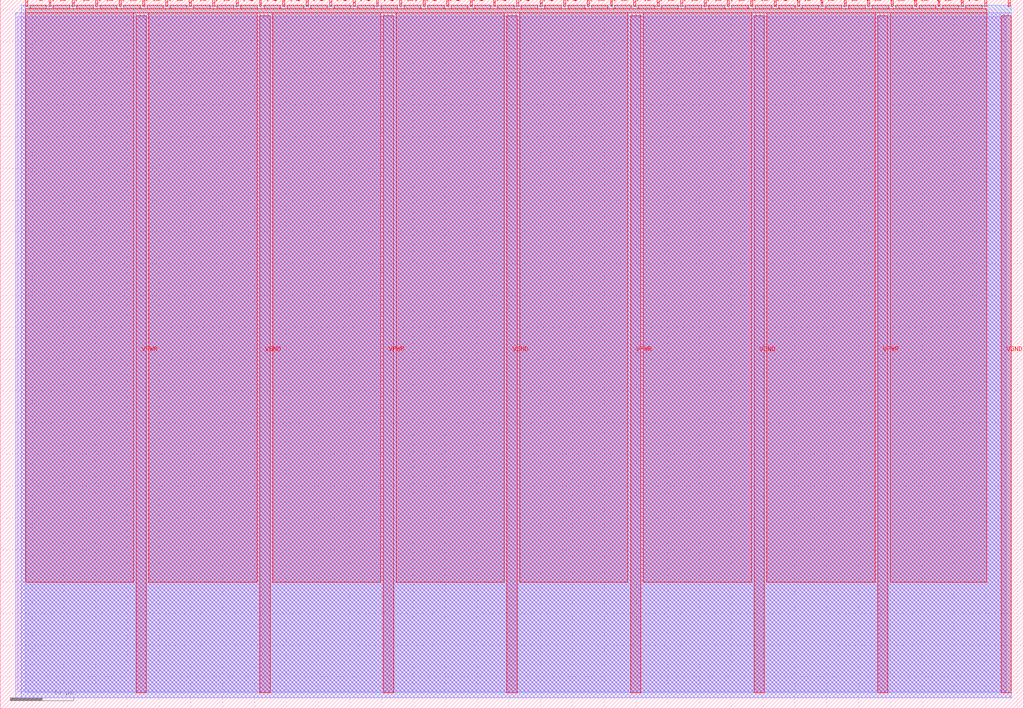
<source format=lef>
VERSION 5.7 ;
  NOWIREEXTENSIONATPIN ON ;
  DIVIDERCHAR "/" ;
  BUSBITCHARS "[]" ;
MACRO tt_um_vzayakov_top
  CLASS BLOCK ;
  FOREIGN tt_um_vzayakov_top ;
  ORIGIN 0.000 0.000 ;
  SIZE 161.000 BY 111.520 ;
  PIN VGND
    DIRECTION INOUT ;
    USE GROUND ;
    PORT
      LAYER met4 ;
        RECT 40.830 2.480 42.430 109.040 ;
    END
    PORT
      LAYER met4 ;
        RECT 79.700 2.480 81.300 109.040 ;
    END
    PORT
      LAYER met4 ;
        RECT 118.570 2.480 120.170 109.040 ;
    END
    PORT
      LAYER met4 ;
        RECT 157.440 2.480 159.040 109.040 ;
    END
  END VGND
  PIN VPWR
    DIRECTION INOUT ;
    USE POWER ;
    PORT
      LAYER met4 ;
        RECT 21.395 2.480 22.995 109.040 ;
    END
    PORT
      LAYER met4 ;
        RECT 60.265 2.480 61.865 109.040 ;
    END
    PORT
      LAYER met4 ;
        RECT 99.135 2.480 100.735 109.040 ;
    END
    PORT
      LAYER met4 ;
        RECT 138.005 2.480 139.605 109.040 ;
    END
  END VPWR
  PIN clk
    DIRECTION INPUT ;
    USE SIGNAL ;
    ANTENNAGATEAREA 0.852000 ;
    PORT
      LAYER met4 ;
        RECT 154.870 110.520 155.170 111.520 ;
    END
  END clk
  PIN ena
    DIRECTION INPUT ;
    USE SIGNAL ;
    PORT
      LAYER met4 ;
        RECT 158.550 110.520 158.850 111.520 ;
    END
  END ena
  PIN rst_n
    DIRECTION INPUT ;
    USE SIGNAL ;
    ANTENNAGATEAREA 0.213000 ;
    PORT
      LAYER met4 ;
        RECT 151.190 110.520 151.490 111.520 ;
    END
  END rst_n
  PIN ui_in[0]
    DIRECTION INPUT ;
    USE SIGNAL ;
    ANTENNAGATEAREA 0.196500 ;
    PORT
      LAYER met4 ;
        RECT 147.510 110.520 147.810 111.520 ;
    END
  END ui_in[0]
  PIN ui_in[1]
    DIRECTION INPUT ;
    USE SIGNAL ;
    ANTENNAGATEAREA 0.196500 ;
    PORT
      LAYER met4 ;
        RECT 143.830 110.520 144.130 111.520 ;
    END
  END ui_in[1]
  PIN ui_in[2]
    DIRECTION INPUT ;
    USE SIGNAL ;
    ANTENNAGATEAREA 0.196500 ;
    PORT
      LAYER met4 ;
        RECT 140.150 110.520 140.450 111.520 ;
    END
  END ui_in[2]
  PIN ui_in[3]
    DIRECTION INPUT ;
    USE SIGNAL ;
    ANTENNAGATEAREA 0.196500 ;
    PORT
      LAYER met4 ;
        RECT 136.470 110.520 136.770 111.520 ;
    END
  END ui_in[3]
  PIN ui_in[4]
    DIRECTION INPUT ;
    USE SIGNAL ;
    ANTENNAGATEAREA 0.196500 ;
    PORT
      LAYER met4 ;
        RECT 132.790 110.520 133.090 111.520 ;
    END
  END ui_in[4]
  PIN ui_in[5]
    DIRECTION INPUT ;
    USE SIGNAL ;
    PORT
      LAYER met4 ;
        RECT 129.110 110.520 129.410 111.520 ;
    END
  END ui_in[5]
  PIN ui_in[6]
    DIRECTION INPUT ;
    USE SIGNAL ;
    PORT
      LAYER met4 ;
        RECT 125.430 110.520 125.730 111.520 ;
    END
  END ui_in[6]
  PIN ui_in[7]
    DIRECTION INPUT ;
    USE SIGNAL ;
    PORT
      LAYER met4 ;
        RECT 121.750 110.520 122.050 111.520 ;
    END
  END ui_in[7]
  PIN uio_in[0]
    DIRECTION INPUT ;
    USE SIGNAL ;
    PORT
      LAYER met4 ;
        RECT 118.070 110.520 118.370 111.520 ;
    END
  END uio_in[0]
  PIN uio_in[1]
    DIRECTION INPUT ;
    USE SIGNAL ;
    PORT
      LAYER met4 ;
        RECT 114.390 110.520 114.690 111.520 ;
    END
  END uio_in[1]
  PIN uio_in[2]
    DIRECTION INPUT ;
    USE SIGNAL ;
    PORT
      LAYER met4 ;
        RECT 110.710 110.520 111.010 111.520 ;
    END
  END uio_in[2]
  PIN uio_in[3]
    DIRECTION INPUT ;
    USE SIGNAL ;
    PORT
      LAYER met4 ;
        RECT 107.030 110.520 107.330 111.520 ;
    END
  END uio_in[3]
  PIN uio_in[4]
    DIRECTION INPUT ;
    USE SIGNAL ;
    PORT
      LAYER met4 ;
        RECT 103.350 110.520 103.650 111.520 ;
    END
  END uio_in[4]
  PIN uio_in[5]
    DIRECTION INPUT ;
    USE SIGNAL ;
    PORT
      LAYER met4 ;
        RECT 99.670 110.520 99.970 111.520 ;
    END
  END uio_in[5]
  PIN uio_in[6]
    DIRECTION INPUT ;
    USE SIGNAL ;
    PORT
      LAYER met4 ;
        RECT 95.990 110.520 96.290 111.520 ;
    END
  END uio_in[6]
  PIN uio_in[7]
    DIRECTION INPUT ;
    USE SIGNAL ;
    PORT
      LAYER met4 ;
        RECT 92.310 110.520 92.610 111.520 ;
    END
  END uio_in[7]
  PIN uio_oe[0]
    DIRECTION OUTPUT TRISTATE ;
    USE SIGNAL ;
    PORT
      LAYER met4 ;
        RECT 29.750 110.520 30.050 111.520 ;
    END
  END uio_oe[0]
  PIN uio_oe[1]
    DIRECTION OUTPUT TRISTATE ;
    USE SIGNAL ;
    PORT
      LAYER met4 ;
        RECT 26.070 110.520 26.370 111.520 ;
    END
  END uio_oe[1]
  PIN uio_oe[2]
    DIRECTION OUTPUT TRISTATE ;
    USE SIGNAL ;
    PORT
      LAYER met4 ;
        RECT 22.390 110.520 22.690 111.520 ;
    END
  END uio_oe[2]
  PIN uio_oe[3]
    DIRECTION OUTPUT TRISTATE ;
    USE SIGNAL ;
    PORT
      LAYER met4 ;
        RECT 18.710 110.520 19.010 111.520 ;
    END
  END uio_oe[3]
  PIN uio_oe[4]
    DIRECTION OUTPUT TRISTATE ;
    USE SIGNAL ;
    PORT
      LAYER met4 ;
        RECT 15.030 110.520 15.330 111.520 ;
    END
  END uio_oe[4]
  PIN uio_oe[5]
    DIRECTION OUTPUT TRISTATE ;
    USE SIGNAL ;
    PORT
      LAYER met4 ;
        RECT 11.350 110.520 11.650 111.520 ;
    END
  END uio_oe[5]
  PIN uio_oe[6]
    DIRECTION OUTPUT TRISTATE ;
    USE SIGNAL ;
    PORT
      LAYER met4 ;
        RECT 7.670 110.520 7.970 111.520 ;
    END
  END uio_oe[6]
  PIN uio_oe[7]
    DIRECTION OUTPUT TRISTATE ;
    USE SIGNAL ;
    PORT
      LAYER met4 ;
        RECT 3.990 110.520 4.290 111.520 ;
    END
  END uio_oe[7]
  PIN uio_out[0]
    DIRECTION OUTPUT TRISTATE ;
    USE SIGNAL ;
    PORT
      LAYER met4 ;
        RECT 59.190 110.520 59.490 111.520 ;
    END
  END uio_out[0]
  PIN uio_out[1]
    DIRECTION OUTPUT TRISTATE ;
    USE SIGNAL ;
    PORT
      LAYER met4 ;
        RECT 55.510 110.520 55.810 111.520 ;
    END
  END uio_out[1]
  PIN uio_out[2]
    DIRECTION OUTPUT TRISTATE ;
    USE SIGNAL ;
    PORT
      LAYER met4 ;
        RECT 51.830 110.520 52.130 111.520 ;
    END
  END uio_out[2]
  PIN uio_out[3]
    DIRECTION OUTPUT TRISTATE ;
    USE SIGNAL ;
    PORT
      LAYER met4 ;
        RECT 48.150 110.520 48.450 111.520 ;
    END
  END uio_out[3]
  PIN uio_out[4]
    DIRECTION OUTPUT TRISTATE ;
    USE SIGNAL ;
    PORT
      LAYER met4 ;
        RECT 44.470 110.520 44.770 111.520 ;
    END
  END uio_out[4]
  PIN uio_out[5]
    DIRECTION OUTPUT TRISTATE ;
    USE SIGNAL ;
    PORT
      LAYER met4 ;
        RECT 40.790 110.520 41.090 111.520 ;
    END
  END uio_out[5]
  PIN uio_out[6]
    DIRECTION OUTPUT TRISTATE ;
    USE SIGNAL ;
    PORT
      LAYER met4 ;
        RECT 37.110 110.520 37.410 111.520 ;
    END
  END uio_out[6]
  PIN uio_out[7]
    DIRECTION OUTPUT TRISTATE ;
    USE SIGNAL ;
    PORT
      LAYER met4 ;
        RECT 33.430 110.520 33.730 111.520 ;
    END
  END uio_out[7]
  PIN uo_out[0]
    DIRECTION OUTPUT TRISTATE ;
    USE SIGNAL ;
    ANTENNADIFFAREA 0.445500 ;
    PORT
      LAYER met4 ;
        RECT 88.630 110.520 88.930 111.520 ;
    END
  END uo_out[0]
  PIN uo_out[1]
    DIRECTION OUTPUT TRISTATE ;
    USE SIGNAL ;
    ANTENNADIFFAREA 0.795200 ;
    PORT
      LAYER met4 ;
        RECT 84.950 110.520 85.250 111.520 ;
    END
  END uo_out[1]
  PIN uo_out[2]
    DIRECTION OUTPUT TRISTATE ;
    USE SIGNAL ;
    PORT
      LAYER met4 ;
        RECT 81.270 110.520 81.570 111.520 ;
    END
  END uo_out[2]
  PIN uo_out[3]
    DIRECTION OUTPUT TRISTATE ;
    USE SIGNAL ;
    ANTENNADIFFAREA 0.795200 ;
    PORT
      LAYER met4 ;
        RECT 77.590 110.520 77.890 111.520 ;
    END
  END uo_out[3]
  PIN uo_out[4]
    DIRECTION OUTPUT TRISTATE ;
    USE SIGNAL ;
    ANTENNADIFFAREA 0.795200 ;
    PORT
      LAYER met4 ;
        RECT 73.910 110.520 74.210 111.520 ;
    END
  END uo_out[4]
  PIN uo_out[5]
    DIRECTION OUTPUT TRISTATE ;
    USE SIGNAL ;
    ANTENNADIFFAREA 0.445500 ;
    PORT
      LAYER met4 ;
        RECT 70.230 110.520 70.530 111.520 ;
    END
  END uo_out[5]
  PIN uo_out[6]
    DIRECTION OUTPUT TRISTATE ;
    USE SIGNAL ;
    ANTENNADIFFAREA 0.445500 ;
    PORT
      LAYER met4 ;
        RECT 66.550 110.520 66.850 111.520 ;
    END
  END uo_out[6]
  PIN uo_out[7]
    DIRECTION OUTPUT TRISTATE ;
    USE SIGNAL ;
    ANTENNADIFFAREA 0.445500 ;
    PORT
      LAYER met4 ;
        RECT 62.870 110.520 63.170 111.520 ;
    END
  END uo_out[7]
  OBS
      LAYER li1 ;
        RECT 2.760 2.635 158.240 108.885 ;
      LAYER met1 ;
        RECT 2.460 1.740 159.040 109.440 ;
      LAYER met2 ;
        RECT 3.320 1.710 159.010 110.685 ;
      LAYER met3 ;
        RECT 3.950 2.555 159.030 110.665 ;
      LAYER met4 ;
        RECT 4.690 110.120 7.270 110.665 ;
        RECT 8.370 110.120 10.950 110.665 ;
        RECT 12.050 110.120 14.630 110.665 ;
        RECT 15.730 110.120 18.310 110.665 ;
        RECT 19.410 110.120 21.990 110.665 ;
        RECT 23.090 110.120 25.670 110.665 ;
        RECT 26.770 110.120 29.350 110.665 ;
        RECT 30.450 110.120 33.030 110.665 ;
        RECT 34.130 110.120 36.710 110.665 ;
        RECT 37.810 110.120 40.390 110.665 ;
        RECT 41.490 110.120 44.070 110.665 ;
        RECT 45.170 110.120 47.750 110.665 ;
        RECT 48.850 110.120 51.430 110.665 ;
        RECT 52.530 110.120 55.110 110.665 ;
        RECT 56.210 110.120 58.790 110.665 ;
        RECT 59.890 110.120 62.470 110.665 ;
        RECT 63.570 110.120 66.150 110.665 ;
        RECT 67.250 110.120 69.830 110.665 ;
        RECT 70.930 110.120 73.510 110.665 ;
        RECT 74.610 110.120 77.190 110.665 ;
        RECT 78.290 110.120 80.870 110.665 ;
        RECT 81.970 110.120 84.550 110.665 ;
        RECT 85.650 110.120 88.230 110.665 ;
        RECT 89.330 110.120 91.910 110.665 ;
        RECT 93.010 110.120 95.590 110.665 ;
        RECT 96.690 110.120 99.270 110.665 ;
        RECT 100.370 110.120 102.950 110.665 ;
        RECT 104.050 110.120 106.630 110.665 ;
        RECT 107.730 110.120 110.310 110.665 ;
        RECT 111.410 110.120 113.990 110.665 ;
        RECT 115.090 110.120 117.670 110.665 ;
        RECT 118.770 110.120 121.350 110.665 ;
        RECT 122.450 110.120 125.030 110.665 ;
        RECT 126.130 110.120 128.710 110.665 ;
        RECT 129.810 110.120 132.390 110.665 ;
        RECT 133.490 110.120 136.070 110.665 ;
        RECT 137.170 110.120 139.750 110.665 ;
        RECT 140.850 110.120 143.430 110.665 ;
        RECT 144.530 110.120 147.110 110.665 ;
        RECT 148.210 110.120 150.790 110.665 ;
        RECT 151.890 110.120 154.470 110.665 ;
        RECT 3.975 109.440 155.185 110.120 ;
        RECT 3.975 19.895 20.995 109.440 ;
        RECT 23.395 19.895 40.430 109.440 ;
        RECT 42.830 19.895 59.865 109.440 ;
        RECT 62.265 19.895 79.300 109.440 ;
        RECT 81.700 19.895 98.735 109.440 ;
        RECT 101.135 19.895 118.170 109.440 ;
        RECT 120.570 19.895 137.605 109.440 ;
        RECT 140.005 19.895 155.185 109.440 ;
  END
END tt_um_vzayakov_top
END LIBRARY


</source>
